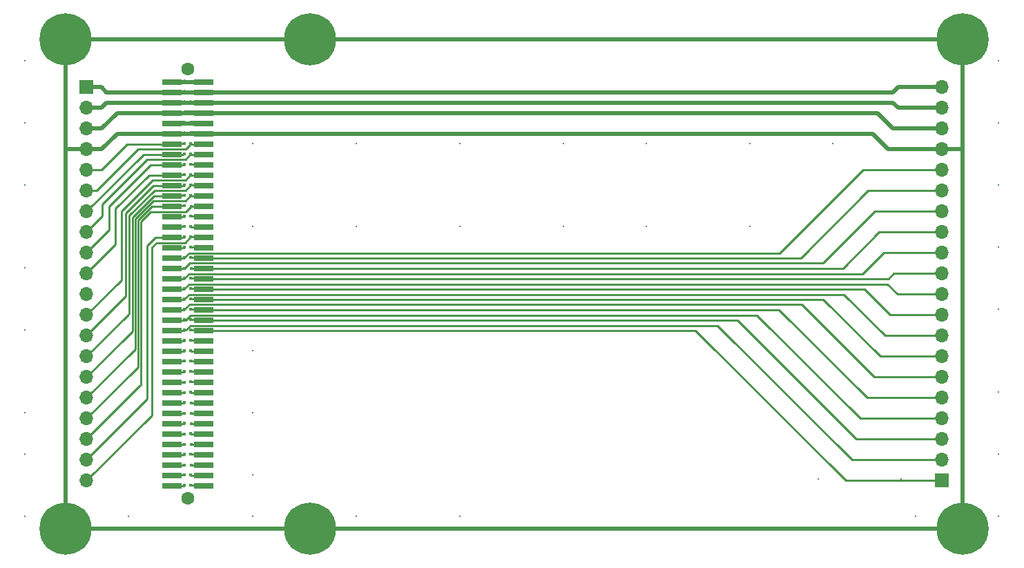
<source format=gbr>
G04 #@! TF.GenerationSoftware,KiCad,Pcbnew,5.0.0-rc2-dev-unknown-0f0d9af~63~ubuntu14.04.1*
G04 #@! TF.CreationDate,2018-03-30T16:45:01+08:00*
G04 #@! TF.ProjectId,mbox-v3s,6D626F782D7633732E6B696361645F70,rev?*
G04 #@! TF.SameCoordinates,Original*
G04 #@! TF.FileFunction,Copper,L2,Bot,Signal*
G04 #@! TF.FilePolarity,Positive*
%FSLAX46Y46*%
G04 Gerber Fmt 4.6, Leading zero omitted, Abs format (unit mm)*
G04 Created by KiCad (PCBNEW 5.0.0-rc2-dev-unknown-0f0d9af~63~ubuntu14.04.1) date Fri Mar 30 16:45:01 2018*
%MOMM*%
%LPD*%
G01*
G04 APERTURE LIST*
%ADD10C,1.600000*%
%ADD11R,2.400000X0.750000*%
%ADD12C,0.800000*%
%ADD13C,6.400000*%
%ADD14R,1.700000X1.700000*%
%ADD15O,1.700000X1.700000*%
%ADD16C,0.200000*%
%ADD17C,0.400000*%
%ADD18C,0.500000*%
%ADD19C,0.250000*%
G04 APERTURE END LIST*
D10*
X22500000Y-63839800D03*
X22500000Y-11122100D03*
D11*
X24450000Y-62265000D03*
X20550000Y-62265000D03*
X24450000Y-60995000D03*
X20550000Y-60995000D03*
X24450000Y-59725000D03*
X20550000Y-59725000D03*
X24450000Y-58455000D03*
X20550000Y-58455000D03*
X24450000Y-57185000D03*
X20550000Y-57185000D03*
X24450000Y-55915000D03*
X20550000Y-55915000D03*
X24450000Y-54645000D03*
X20550000Y-54645000D03*
X24450000Y-53375000D03*
X20550000Y-53375000D03*
X24450000Y-52105000D03*
X20550000Y-52105000D03*
X24450000Y-50835000D03*
X20550000Y-50835000D03*
X24450000Y-49565000D03*
X20550000Y-49565000D03*
X24450000Y-48295000D03*
X20550000Y-48295000D03*
X24450000Y-47025000D03*
X20550000Y-47025000D03*
X24450000Y-45755000D03*
X20550000Y-45755000D03*
X24450000Y-44485000D03*
X20550000Y-44485000D03*
X24450000Y-43215000D03*
X20550000Y-43215000D03*
X24450000Y-41945000D03*
X20550000Y-41945000D03*
X24450000Y-40675000D03*
X20550000Y-40675000D03*
X24450000Y-39405000D03*
X20550000Y-39405000D03*
X24450000Y-38135000D03*
X20550000Y-38135000D03*
X24450000Y-36865000D03*
X20550000Y-36865000D03*
X24450000Y-35595000D03*
X20550000Y-35595000D03*
X24450000Y-34325000D03*
X20550000Y-34325000D03*
X24450000Y-33055000D03*
X20550000Y-33055000D03*
X24450000Y-31785000D03*
X20550000Y-31785000D03*
X24450000Y-30515000D03*
X20550000Y-30515000D03*
X24450000Y-29245000D03*
X20550000Y-29245000D03*
X24450000Y-27975000D03*
X20550000Y-27975000D03*
X24450000Y-26705000D03*
X20550000Y-26705000D03*
X24450000Y-25435000D03*
X20550000Y-25435000D03*
X24450000Y-24165000D03*
X20550000Y-24165000D03*
X24450000Y-22895000D03*
X20550000Y-22895000D03*
X24450000Y-21625000D03*
X20550000Y-21625000D03*
X24450000Y-20355000D03*
X20550000Y-20355000D03*
X24450000Y-19085000D03*
X20550000Y-19085000D03*
X24450000Y-17815000D03*
X20550000Y-17815000D03*
X24450000Y-16545000D03*
X20550000Y-16545000D03*
X24450000Y-15275000D03*
X20550000Y-15275000D03*
X24450000Y-14005000D03*
X20550000Y-14005000D03*
X24450000Y-12735000D03*
X20550000Y-12735000D03*
D10*
X22512700Y-11122100D03*
X22500000Y-63839800D03*
D12*
X9197056Y-5802944D03*
X7500000Y-5100000D03*
X5802944Y-5802944D03*
X5100000Y-7500000D03*
X5802944Y-9197056D03*
X7500000Y-9900000D03*
X9197056Y-9197056D03*
X9900000Y-7500000D03*
D13*
X7500000Y-7500000D03*
D12*
X39197056Y-5802944D03*
X37500000Y-5100000D03*
X35802944Y-5802944D03*
X35100000Y-7500000D03*
X35802944Y-9197056D03*
X37500000Y-9900000D03*
X39197056Y-9197056D03*
X39900000Y-7500000D03*
D13*
X37500000Y-7500000D03*
D12*
X9197056Y-65802944D03*
X7500000Y-65100000D03*
X5802944Y-65802944D03*
X5100000Y-67500000D03*
X5802944Y-69197056D03*
X7500000Y-69900000D03*
X9197056Y-69197056D03*
X9900000Y-67500000D03*
D13*
X7500000Y-67500000D03*
D12*
X39197056Y-65802944D03*
X37500000Y-65100000D03*
X35802944Y-65802944D03*
X35100000Y-67500000D03*
X35802944Y-69197056D03*
X37500000Y-69900000D03*
X39197056Y-69197056D03*
X39900000Y-67500000D03*
D13*
X37500000Y-67500000D03*
D14*
X10060000Y-13370000D03*
D15*
X10060000Y-15910000D03*
X10060000Y-18450000D03*
X10060000Y-20990000D03*
X10060000Y-23530000D03*
X10060000Y-26070000D03*
X10060000Y-28610000D03*
X10060000Y-31150000D03*
X10060000Y-33690000D03*
X10060000Y-36230000D03*
X10060000Y-38770000D03*
X10060000Y-41310000D03*
X10060000Y-43850000D03*
X10060000Y-46390000D03*
X10060000Y-48930000D03*
X10060000Y-51470000D03*
X10060000Y-54010000D03*
X10060000Y-56550000D03*
X10060000Y-59090000D03*
X10060000Y-61630000D03*
X114940000Y-13370000D03*
X114940000Y-15910000D03*
X114940000Y-18450000D03*
X114940000Y-20990000D03*
X114940000Y-23530000D03*
X114940000Y-26070000D03*
X114940000Y-28610000D03*
X114940000Y-31150000D03*
X114940000Y-33690000D03*
X114940000Y-36230000D03*
X114940000Y-38770000D03*
X114940000Y-41310000D03*
X114940000Y-43850000D03*
X114940000Y-46390000D03*
X114940000Y-48930000D03*
X114940000Y-51470000D03*
X114940000Y-54010000D03*
X114940000Y-56550000D03*
X114940000Y-59090000D03*
D14*
X114940000Y-61630000D03*
D13*
X117500000Y-7500000D03*
D12*
X119900000Y-7500000D03*
X119197056Y-9197056D03*
X117500000Y-9900000D03*
X115802944Y-9197056D03*
X115100000Y-7500000D03*
X115802944Y-5802944D03*
X117500000Y-5100000D03*
X119197056Y-5802944D03*
X119197056Y-65802944D03*
X117500000Y-65100000D03*
X115802944Y-65802944D03*
X115100000Y-67500000D03*
X115802944Y-69197056D03*
X117500000Y-69900000D03*
X119197056Y-69197056D03*
X119900000Y-67500000D03*
D13*
X117500000Y-67500000D03*
D16*
X111760000Y-7620000D03*
X15240000Y-7620000D03*
X30480000Y-7620000D03*
X101600000Y-7620000D03*
X91440000Y-7620000D03*
X78740000Y-7620000D03*
X68580000Y-7620000D03*
X55880000Y-7620000D03*
X43180000Y-7620000D03*
X121920000Y-58420000D03*
X121920000Y-50800000D03*
X121920000Y-40640000D03*
X121920000Y-33020000D03*
X121920000Y-25400000D03*
X121920000Y-17780000D03*
X2540000Y-58420000D03*
X2540000Y-53340000D03*
X2540000Y-43180000D03*
X2540000Y-35560000D03*
X2540000Y-25400000D03*
X2540000Y-17780000D03*
X121920000Y-10160000D03*
X121920000Y-66040000D03*
X2540000Y-66040000D03*
X2540000Y-10160000D03*
X15240000Y-66040000D03*
X30480000Y-66040000D03*
X43180000Y-66040000D03*
X55880000Y-66040000D03*
X111760000Y-66040000D03*
X109982000Y-61468000D03*
X99822000Y-61468000D03*
X30480000Y-60960000D03*
X30480000Y-53340000D03*
X30480000Y-45720000D03*
X91440000Y-30480000D03*
X78740000Y-30480000D03*
X68580000Y-30480000D03*
X55880000Y-30480000D03*
X43180000Y-30480000D03*
X30480000Y-30480000D03*
X101600000Y-20320000D03*
X91440000Y-20320000D03*
X78740000Y-20320000D03*
X68580000Y-20320000D03*
X55880000Y-20320000D03*
X43180000Y-20320000D03*
X30480000Y-20320000D03*
D17*
X22860000Y-19050000D03*
X22860000Y-17780000D03*
X22860000Y-16510000D03*
X22860000Y-15240000D03*
X22860000Y-13970000D03*
X22860000Y-12700000D03*
X22098000Y-19050000D03*
X22098000Y-17780000D03*
X22098000Y-16510000D03*
X22098000Y-15240000D03*
X22098000Y-13970000D03*
X22098000Y-12700000D03*
X22098000Y-21590000D03*
X22098000Y-20320000D03*
X22860000Y-20320000D03*
X22860000Y-21590000D03*
X22098000Y-22860000D03*
X22860000Y-22860000D03*
X22098000Y-24130000D03*
X22860000Y-24130000D03*
X22098000Y-25400000D03*
X22860000Y-25400000D03*
X22098000Y-26670000D03*
X22860000Y-26670000D03*
X22098000Y-27940000D03*
X22895000Y-27975000D03*
X22098000Y-29210000D03*
X22860000Y-29210000D03*
X22098000Y-30480000D03*
X22860000Y-30480000D03*
X22098000Y-31750000D03*
X22860000Y-31750000D03*
X22098000Y-33020000D03*
X22860000Y-33020000D03*
X22098000Y-34290000D03*
X22860000Y-34290000D03*
X22063000Y-35595000D03*
X22895000Y-35595000D03*
X22098000Y-36830000D03*
X22860000Y-36830000D03*
X22098000Y-38100000D03*
X22860000Y-38100000D03*
X22098000Y-39370000D03*
X22860000Y-39370000D03*
X22098000Y-40640000D03*
X22860000Y-40640000D03*
X22098000Y-41910000D03*
X22860000Y-41910000D03*
X22098000Y-43180000D03*
X22860000Y-43180000D03*
X22098000Y-44450000D03*
X22860000Y-44450000D03*
X22098000Y-45720000D03*
X22860000Y-45720000D03*
X22098000Y-46990000D03*
X22860000Y-46990000D03*
X22098000Y-48260000D03*
X22860000Y-48260000D03*
X22063000Y-49565000D03*
X22860000Y-49530000D03*
X22063000Y-50835000D03*
X22860000Y-50800000D03*
X22098000Y-52070000D03*
X22895000Y-52105000D03*
X22063000Y-53375000D03*
X22895000Y-53375000D03*
X22098000Y-54610000D03*
X22895000Y-54645000D03*
X22063000Y-55915000D03*
X22860000Y-55880000D03*
X22063000Y-57185000D03*
X22895000Y-57185000D03*
X22098000Y-58420000D03*
X22860000Y-58420000D03*
X22063000Y-59725000D03*
X22895000Y-59725000D03*
X22895000Y-59725000D03*
X22098000Y-60960000D03*
X22860000Y-60960000D03*
X22098000Y-62230000D03*
X22860000Y-62230000D03*
D18*
X20550000Y-12735000D02*
X22063000Y-12735000D01*
X22063000Y-12735000D02*
X22098000Y-12700000D01*
X109565440Y-13370000D02*
X111551720Y-13370000D01*
X111551720Y-13370000D02*
X114940000Y-13370000D01*
X24450000Y-14005000D02*
X108930440Y-14005000D01*
X108930440Y-14005000D02*
X109565440Y-13370000D01*
X20550000Y-14005000D02*
X22063000Y-14005000D01*
X22063000Y-14005000D02*
X22098000Y-13970000D01*
X24450000Y-16545000D02*
X107037580Y-16545000D01*
X107037580Y-16545000D02*
X108942580Y-18450000D01*
X108942580Y-18450000D02*
X110721140Y-18450000D01*
X110721140Y-18450000D02*
X114940000Y-18450000D01*
X24450000Y-16545000D02*
X20550000Y-16545000D01*
X22860000Y-16510000D02*
X24415000Y-16510000D01*
X24415000Y-16510000D02*
X24450000Y-16545000D01*
X22098000Y-16510000D02*
X22860000Y-16510000D01*
X20550000Y-16545000D02*
X22063000Y-16545000D01*
X22063000Y-16545000D02*
X22098000Y-16510000D01*
X22860000Y-17780000D02*
X24415000Y-17780000D01*
X24415000Y-17780000D02*
X24450000Y-17815000D01*
X22098000Y-17780000D02*
X20585000Y-17780000D01*
X20585000Y-17780000D02*
X20550000Y-17815000D01*
X20550000Y-17815000D02*
X24450000Y-17815000D01*
D19*
X22098000Y-34290000D02*
X22663001Y-33724999D01*
X22663001Y-33724999D02*
X95057521Y-33724999D01*
X95057521Y-33724999D02*
X105252520Y-23530000D01*
X105252520Y-23530000D02*
X114940000Y-23530000D01*
X24450000Y-34325000D02*
X80817720Y-34325000D01*
X105898240Y-26070000D02*
X97643240Y-34325000D01*
X97643240Y-34325000D02*
X80817720Y-34325000D01*
X114940000Y-26070000D02*
X105898240Y-26070000D01*
X114940000Y-28610000D02*
X106721200Y-28610000D01*
X106721200Y-28610000D02*
X100383340Y-34947860D01*
X100383340Y-34947860D02*
X22710140Y-34947860D01*
X22710140Y-34947860D02*
X22063000Y-35595000D01*
X24450000Y-35595000D02*
X98750120Y-35595000D01*
X107269840Y-31150000D02*
X102824840Y-35595000D01*
X102824840Y-35595000D02*
X98750120Y-35595000D01*
X114940000Y-31150000D02*
X107269840Y-31150000D01*
X114940000Y-33690000D02*
X107790540Y-33690000D01*
X107790540Y-33690000D02*
X105215541Y-36264999D01*
X105215541Y-36264999D02*
X22663001Y-36264999D01*
X22663001Y-36264999D02*
X22098000Y-36830000D01*
X24450000Y-36865000D02*
X104289860Y-36865000D01*
X109017360Y-36230000D02*
X108382360Y-36865000D01*
X108382360Y-36865000D02*
X104289860Y-36865000D01*
X114940000Y-36230000D02*
X109017360Y-36230000D01*
X22663001Y-37534999D02*
X108277660Y-37534999D01*
X114940000Y-38770000D02*
X109512661Y-38770000D01*
X109512661Y-38770000D02*
X108277660Y-37534999D01*
X24450000Y-38135000D02*
X105415080Y-38135000D01*
X114940000Y-41310000D02*
X108590080Y-41310000D01*
X108590080Y-41310000D02*
X105415080Y-38135000D01*
X114940000Y-43850000D02*
X107974840Y-43850000D01*
X107974840Y-43850000D02*
X102929839Y-38804999D01*
X102929839Y-38804999D02*
X22663001Y-38804999D01*
X22663001Y-38804999D02*
X22098000Y-39370000D01*
X24450000Y-39405000D02*
X98254820Y-39405000D01*
X107380480Y-46390000D02*
X100395480Y-39405000D01*
X100395480Y-39405000D02*
X98254820Y-39405000D01*
X114940000Y-46390000D02*
X107380480Y-46390000D01*
X114940000Y-48930000D02*
X106651500Y-48930000D01*
X106651500Y-48930000D02*
X97726501Y-40005001D01*
X97726501Y-40005001D02*
X22732999Y-40005001D01*
X22732999Y-40005001D02*
X22098000Y-40640000D01*
X24450000Y-40675000D02*
X92196920Y-40675000D01*
X105782820Y-51470000D02*
X94987820Y-40675000D01*
X94987820Y-40675000D02*
X92196920Y-40675000D01*
X114940000Y-51470000D02*
X105782820Y-51470000D01*
X114940000Y-54010000D02*
X104947160Y-54010000D01*
X104947160Y-54010000D02*
X92282159Y-41344999D01*
X92282159Y-41344999D02*
X22795999Y-41344999D01*
X22795999Y-41344999D02*
X22195998Y-41945000D01*
X22195998Y-41945000D02*
X20550000Y-41945000D01*
X114940000Y-59090000D02*
X103898140Y-59090000D01*
X103898140Y-59090000D02*
X87423139Y-42614999D01*
X87423139Y-42614999D02*
X22795999Y-42614999D01*
X22795999Y-42614999D02*
X22230998Y-43180000D01*
X22230998Y-43180000D02*
X22098000Y-43180000D01*
X114940000Y-61630000D02*
X103136140Y-61630000D01*
X103136140Y-61630000D02*
X84721140Y-43215000D01*
X84721140Y-43215000D02*
X81353660Y-43215000D01*
X81353660Y-43215000D02*
X24450000Y-43215000D01*
D18*
X24450000Y-19085000D02*
X106455920Y-19085000D01*
X106455920Y-19085000D02*
X108360920Y-20990000D01*
X108360920Y-20990000D02*
X110975140Y-20990000D01*
X110975140Y-20990000D02*
X114940000Y-20990000D01*
X37500000Y-7500000D02*
X7500000Y-7500000D01*
X22860000Y-19050000D02*
X24415000Y-19050000D01*
X24415000Y-19050000D02*
X24450000Y-19085000D01*
X20550000Y-19085000D02*
X22063000Y-19085000D01*
X22063000Y-19085000D02*
X22098000Y-19050000D01*
X114940000Y-15910000D02*
X109567420Y-15910000D01*
X109567420Y-15910000D02*
X108932420Y-15275000D01*
X24450000Y-15275000D02*
X106608880Y-15275000D01*
X108932420Y-15275000D02*
X106608880Y-15275000D01*
X24450000Y-15275000D02*
X22895000Y-15275000D01*
X22895000Y-15275000D02*
X22860000Y-15240000D01*
X20550000Y-15275000D02*
X22063000Y-15275000D01*
X22063000Y-15275000D02*
X22098000Y-15240000D01*
X20700000Y-12735000D02*
X24300000Y-12735000D01*
X10060000Y-13370000D02*
X11891720Y-13370000D01*
X11891720Y-13370000D02*
X12526720Y-14005000D01*
X12526720Y-14005000D02*
X13591540Y-14005000D01*
X13591540Y-14005000D02*
X20550000Y-14005000D01*
X24300000Y-14005000D02*
X20700000Y-14005000D01*
X15742920Y-16545000D02*
X20550000Y-16545000D01*
X11913160Y-18450000D02*
X13818160Y-16545000D01*
X13818160Y-16545000D02*
X15742920Y-16545000D01*
X10060000Y-18450000D02*
X11913160Y-18450000D01*
X24300000Y-16545000D02*
X20700000Y-16545000D01*
X20700000Y-17815000D02*
X24300000Y-17815000D01*
D19*
X11890300Y-23530000D02*
X15065300Y-20355000D01*
X15065300Y-20355000D02*
X20550000Y-20355000D01*
X10060000Y-23530000D02*
X11890300Y-23530000D01*
X10060000Y-26070000D02*
X11262081Y-26070000D01*
X11262081Y-26070000D02*
X16377080Y-20955001D01*
X16377080Y-20955001D02*
X22224999Y-20955001D01*
X22224999Y-20955001D02*
X22660001Y-20519999D01*
X22660001Y-20519999D02*
X22860000Y-20320000D01*
X10060000Y-28610000D02*
X17045000Y-21625000D01*
X17045000Y-21625000D02*
X20550000Y-21625000D01*
X20550000Y-21625000D02*
X22000000Y-21625000D01*
X22860000Y-21590000D02*
X22224999Y-22225001D01*
X22224999Y-22225001D02*
X17492979Y-22225001D01*
X17492979Y-22225001D02*
X11991340Y-27726640D01*
X11991340Y-27726640D02*
X11991340Y-29218660D01*
X11991340Y-29218660D02*
X10060000Y-31150000D01*
X10060000Y-33690000D02*
X12853440Y-30896560D01*
X17935500Y-22895000D02*
X12853440Y-27977060D01*
X12853440Y-27977060D02*
X12853440Y-30896560D01*
X20550000Y-22895000D02*
X17935500Y-22895000D01*
X10060000Y-36230000D02*
X13615440Y-32674560D01*
X17737380Y-24165000D02*
X13615440Y-28286940D01*
X13615440Y-28286940D02*
X13615440Y-32674560D01*
X20550000Y-24165000D02*
X17737380Y-24165000D01*
X10060000Y-36230000D02*
X10909999Y-35380001D01*
X10060000Y-41310000D02*
X14353540Y-37016460D01*
X14353540Y-37016460D02*
X14353540Y-28547060D01*
X14353540Y-28547060D02*
X18135599Y-24765001D01*
X18135599Y-24765001D02*
X22224999Y-24765001D01*
X22224999Y-24765001D02*
X22860000Y-24130000D01*
X14874240Y-39035760D02*
X10909999Y-43000001D01*
X18240300Y-25435000D02*
X14874240Y-28801060D01*
X14874240Y-28801060D02*
X14874240Y-39035760D01*
X20550000Y-25435000D02*
X18240300Y-25435000D01*
X10909999Y-43000001D02*
X10060000Y-43850000D01*
X22860000Y-25400000D02*
X22224999Y-26035001D01*
X22224999Y-26035001D02*
X18422619Y-26035001D01*
X18422619Y-26035001D02*
X15323820Y-29133800D01*
X15323820Y-29133800D02*
X15323820Y-41126180D01*
X15323820Y-41126180D02*
X15156180Y-41293820D01*
X15156180Y-41293820D02*
X10060000Y-46390000D01*
X14935200Y-44054800D02*
X10060000Y-48930000D01*
X18346980Y-26705000D02*
X15673830Y-29378150D01*
X15673830Y-29378150D02*
X15673830Y-43316170D01*
X15673830Y-43316170D02*
X14935200Y-44054800D01*
X20550000Y-26705000D02*
X18346980Y-26705000D01*
X22860000Y-26670000D02*
X22224999Y-27305001D01*
X22224999Y-27305001D02*
X18241967Y-27305001D01*
X18241967Y-27305001D02*
X16023840Y-29523128D01*
X16023840Y-29523128D02*
X16023840Y-45506160D01*
X16023840Y-45506160D02*
X15854680Y-45675320D01*
X15854680Y-45675320D02*
X10060000Y-51470000D01*
X16013200Y-48056800D02*
X10060000Y-54010000D01*
X18066956Y-27975000D02*
X16373850Y-29668106D01*
X16373850Y-29668106D02*
X16373850Y-47696150D01*
X16373850Y-47696150D02*
X16013200Y-48056800D01*
X20550000Y-27975000D02*
X18066956Y-27975000D01*
X22895000Y-27975000D02*
X22225001Y-28644999D01*
X22225001Y-28644999D02*
X17910661Y-28644999D01*
X17910661Y-28644999D02*
X16723860Y-29831800D01*
X16723860Y-29831800D02*
X16723860Y-49886140D01*
X16723860Y-49886140D02*
X16586200Y-50023800D01*
X16586200Y-50023800D02*
X10060000Y-56550000D01*
X17513300Y-33233360D02*
X17513300Y-51636700D01*
X18508980Y-31785000D02*
X19141440Y-31785000D01*
X17513300Y-33233360D02*
X17513300Y-32780680D01*
X17513300Y-32780680D02*
X18508980Y-31785000D01*
X17513300Y-51636700D02*
X16329660Y-52820340D01*
X20550000Y-31785000D02*
X19141440Y-31785000D01*
X16329660Y-52820340D02*
X10060000Y-59090000D01*
X10060000Y-61630000D02*
X18077180Y-53612820D01*
X18077180Y-53612820D02*
X18077180Y-33023959D01*
X18077180Y-33023959D02*
X18646140Y-32454999D01*
X18646140Y-32454999D02*
X22155001Y-32454999D01*
X22155001Y-32454999D02*
X22860000Y-31750000D01*
X22098000Y-38100000D02*
X22663001Y-37534999D01*
X89849400Y-41945000D02*
X104454400Y-56550000D01*
X104454400Y-56550000D02*
X114940000Y-56550000D01*
X24450000Y-41945000D02*
X89849400Y-41945000D01*
D18*
X117500000Y-20995640D02*
X117494360Y-20990000D01*
X117494360Y-20990000D02*
X114940000Y-20990000D01*
X117500000Y-20995640D02*
X117500000Y-67500000D01*
X117500000Y-7500000D02*
X117500000Y-20995640D01*
X7500000Y-67500000D02*
X12025483Y-67500000D01*
X12025483Y-67500000D02*
X37500000Y-67500000D01*
X7500000Y-20990560D02*
X7500560Y-20990000D01*
X7500560Y-20990000D02*
X10060000Y-20990000D01*
X7500000Y-20990560D02*
X7500000Y-67500000D01*
X7500000Y-7500000D02*
X7500000Y-20990560D01*
X7500000Y-7500000D02*
X117500000Y-7500000D01*
X12025483Y-67500000D02*
X117500000Y-67500000D01*
X13830300Y-19085000D02*
X20550000Y-19085000D01*
X10060000Y-20990000D02*
X11925300Y-20990000D01*
X11925300Y-20990000D02*
X13830300Y-19085000D01*
X24300000Y-19085000D02*
X20700000Y-19085000D01*
X10060000Y-15910000D02*
X11857280Y-15910000D01*
X11857280Y-15910000D02*
X12492280Y-15275000D01*
X12492280Y-15275000D02*
X18850000Y-15275000D01*
X18850000Y-15275000D02*
X20550000Y-15275000D01*
X20700000Y-15275000D02*
X24300000Y-15275000D01*
D19*
X22098000Y-20320000D02*
X20735000Y-20320000D01*
X20735000Y-20320000D02*
X20700000Y-20355000D01*
X22895000Y-20355000D02*
X22860000Y-20320000D01*
X24300000Y-20355000D02*
X22895000Y-20355000D01*
X20700000Y-21625000D02*
X22000000Y-21625000D01*
X22895000Y-21625000D02*
X22860000Y-21590000D01*
X24300000Y-21625000D02*
X22895000Y-21625000D01*
X22063000Y-22895000D02*
X22098000Y-22860000D01*
X20700000Y-22895000D02*
X22063000Y-22895000D01*
X22860000Y-22860000D02*
X24265000Y-22860000D01*
X24265000Y-22860000D02*
X24300000Y-22895000D01*
X22098000Y-24130000D02*
X20735000Y-24130000D01*
X20735000Y-24130000D02*
X20700000Y-24165000D01*
X22895000Y-24165000D02*
X22860000Y-24130000D01*
X24300000Y-24165000D02*
X22895000Y-24165000D01*
X22063000Y-25435000D02*
X22098000Y-25400000D01*
X20700000Y-25435000D02*
X22063000Y-25435000D01*
X22860000Y-25400000D02*
X24265000Y-25400000D01*
X24265000Y-25400000D02*
X24300000Y-25435000D01*
X22098000Y-26670000D02*
X20735000Y-26670000D01*
X20735000Y-26670000D02*
X20700000Y-26705000D01*
X22895000Y-26705000D02*
X22860000Y-26670000D01*
X24300000Y-26705000D02*
X22895000Y-26705000D01*
X22098000Y-27940000D02*
X20735000Y-27940000D01*
X20735000Y-27940000D02*
X20700000Y-27975000D01*
X24300000Y-27975000D02*
X22895000Y-27975000D01*
X22063000Y-29245000D02*
X22098000Y-29210000D01*
X20700000Y-29245000D02*
X22063000Y-29245000D01*
X22860000Y-29210000D02*
X24265000Y-29210000D01*
X24265000Y-29210000D02*
X24300000Y-29245000D01*
X22098000Y-30480000D02*
X20735000Y-30480000D01*
X20735000Y-30480000D02*
X20700000Y-30515000D01*
X22895000Y-30515000D02*
X22860000Y-30480000D01*
X24300000Y-30515000D02*
X22895000Y-30515000D01*
X22063000Y-31785000D02*
X22098000Y-31750000D01*
X20700000Y-31785000D02*
X22063000Y-31785000D01*
X22860000Y-31750000D02*
X24265000Y-31750000D01*
X24265000Y-31750000D02*
X24300000Y-31785000D01*
X22063000Y-33055000D02*
X22098000Y-33020000D01*
X20700000Y-33055000D02*
X22063000Y-33055000D01*
X22860000Y-33020000D02*
X24265000Y-33020000D01*
X24265000Y-33020000D02*
X24300000Y-33055000D01*
X22063000Y-34325000D02*
X22098000Y-34290000D01*
X20700000Y-34325000D02*
X22063000Y-34325000D01*
X22860000Y-34290000D02*
X24265000Y-34290000D01*
X24265000Y-34290000D02*
X24300000Y-34325000D01*
X22063000Y-35595000D02*
X20700000Y-35595000D01*
X22895000Y-35595000D02*
X24300000Y-35595000D01*
X22063000Y-36865000D02*
X22098000Y-36830000D01*
X20700000Y-36865000D02*
X22063000Y-36865000D01*
X22860000Y-36830000D02*
X24265000Y-36830000D01*
X24265000Y-36830000D02*
X24300000Y-36865000D01*
X22063000Y-38135000D02*
X22098000Y-38100000D01*
X20700000Y-38135000D02*
X22063000Y-38135000D01*
X22860000Y-38100000D02*
X24265000Y-38100000D01*
X24265000Y-38100000D02*
X24300000Y-38135000D01*
X22063000Y-39405000D02*
X22098000Y-39370000D01*
X20700000Y-39405000D02*
X22063000Y-39405000D01*
X22860000Y-39370000D02*
X24265000Y-39370000D01*
X24265000Y-39370000D02*
X24300000Y-39405000D01*
X22063000Y-40675000D02*
X22098000Y-40640000D01*
X20700000Y-40675000D02*
X22063000Y-40675000D01*
X22860000Y-40640000D02*
X24265000Y-40640000D01*
X24265000Y-40640000D02*
X24300000Y-40675000D01*
X22063000Y-41945000D02*
X22098000Y-41910000D01*
X20700000Y-41945000D02*
X22063000Y-41945000D01*
X22860000Y-41910000D02*
X24265000Y-41910000D01*
X24265000Y-41910000D02*
X24300000Y-41945000D01*
X22063000Y-43215000D02*
X22098000Y-43180000D01*
X20700000Y-43215000D02*
X22063000Y-43215000D01*
X22860000Y-43180000D02*
X24265000Y-43180000D01*
X24265000Y-43180000D02*
X24300000Y-43215000D01*
X22063000Y-44485000D02*
X22098000Y-44450000D01*
X20700000Y-44485000D02*
X22063000Y-44485000D01*
X22860000Y-44450000D02*
X24265000Y-44450000D01*
X24265000Y-44450000D02*
X24300000Y-44485000D01*
X22063000Y-45755000D02*
X22098000Y-45720000D01*
X20700000Y-45755000D02*
X22063000Y-45755000D01*
X22895000Y-45755000D02*
X22860000Y-45720000D01*
X24300000Y-45755000D02*
X22895000Y-45755000D01*
X22098000Y-46990000D02*
X20735000Y-46990000D01*
X20735000Y-46990000D02*
X20700000Y-47025000D01*
X22860000Y-46990000D02*
X24265000Y-46990000D01*
X24265000Y-46990000D02*
X24300000Y-47025000D01*
X22063000Y-48295000D02*
X22098000Y-48260000D01*
X20700000Y-48295000D02*
X22063000Y-48295000D01*
X22860000Y-48260000D02*
X24265000Y-48260000D01*
X24265000Y-48260000D02*
X24300000Y-48295000D01*
X20700000Y-49565000D02*
X22063000Y-49565000D01*
X22860000Y-49530000D02*
X24265000Y-49530000D01*
X24265000Y-49530000D02*
X24300000Y-49565000D01*
X20700000Y-50835000D02*
X22063000Y-50835000D01*
X22895000Y-50835000D02*
X22860000Y-50800000D01*
X24300000Y-50835000D02*
X22895000Y-50835000D01*
X22063000Y-52105000D02*
X22098000Y-52070000D01*
X20700000Y-52105000D02*
X22063000Y-52105000D01*
X22895000Y-52105000D02*
X24300000Y-52105000D01*
X22063000Y-53375000D02*
X20700000Y-53375000D01*
X24300000Y-53375000D02*
X22895000Y-53375000D01*
X22063000Y-54645000D02*
X22098000Y-54610000D01*
X20700000Y-54645000D02*
X22063000Y-54645000D01*
X24300000Y-54645000D02*
X22895000Y-54645000D01*
X20700000Y-55915000D02*
X22063000Y-55915000D01*
X22895000Y-55915000D02*
X22860000Y-55880000D01*
X24300000Y-55915000D02*
X22895000Y-55915000D01*
X20700000Y-57185000D02*
X22063000Y-57185000D01*
X24300000Y-57185000D02*
X22895000Y-57185000D01*
X22063000Y-58455000D02*
X22098000Y-58420000D01*
X20700000Y-58455000D02*
X22063000Y-58455000D01*
X22860000Y-58420000D02*
X24265000Y-58420000D01*
X24265000Y-58420000D02*
X24300000Y-58455000D01*
X20700000Y-59725000D02*
X22063000Y-59725000D01*
X24300000Y-59725000D02*
X22895000Y-59725000D01*
X22098000Y-60960000D02*
X20735000Y-60960000D01*
X20735000Y-60960000D02*
X20700000Y-60995000D01*
X22895000Y-60995000D02*
X22860000Y-60960000D01*
X24300000Y-60995000D02*
X22895000Y-60995000D01*
X22063000Y-62265000D02*
X22098000Y-62230000D01*
X20700000Y-62265000D02*
X22063000Y-62265000D01*
X22860000Y-62230000D02*
X24265000Y-62230000D01*
X24265000Y-62230000D02*
X24300000Y-62265000D01*
M02*

</source>
